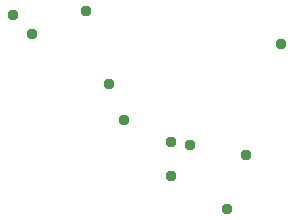
<source format=gbs>
G75*
%MOIN*%
%OFA0B0*%
%FSLAX25Y25*%
%IPPOS*%
%LPD*%
%AMOC8*
5,1,8,0,0,1.08239X$1,22.5*
%
%ADD10C,0.03778*%
D10*
X0061505Y0027303D03*
X0067835Y0037681D03*
X0061492Y0038914D03*
X0045813Y0046200D03*
X0040626Y0058085D03*
X0014950Y0074675D03*
X0008582Y0081081D03*
X0033190Y0082563D03*
X0098150Y0071539D03*
X0086339Y0034531D03*
X0080040Y0016421D03*
M02*

</source>
